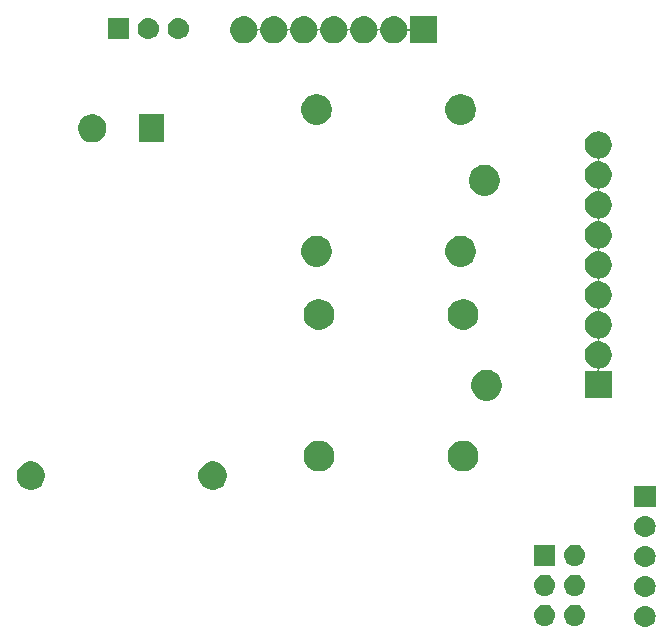
<source format=gbr>
G04 #@! TF.GenerationSoftware,KiCad,Pcbnew,(5.1.4-0)*
G04 #@! TF.CreationDate,2021-09-23T09:14:21+03:00*
G04 #@! TF.ProjectId,relay_logic_board,72656c61-795f-46c6-9f67-69635f626f61,rev?*
G04 #@! TF.SameCoordinates,Original*
G04 #@! TF.FileFunction,Soldermask,Bot*
G04 #@! TF.FilePolarity,Negative*
%FSLAX46Y46*%
G04 Gerber Fmt 4.6, Leading zero omitted, Abs format (unit mm)*
G04 Created by KiCad (PCBNEW (5.1.4-0)) date 2021-09-23 09:14:21*
%MOMM*%
%LPD*%
G04 APERTURE LIST*
%ADD10C,0.100000*%
G04 APERTURE END LIST*
D10*
G36*
X179960443Y-119885519D02*
G01*
X180026627Y-119892037D01*
X180196466Y-119943557D01*
X180352991Y-120027222D01*
X180388729Y-120056552D01*
X180490186Y-120139814D01*
X180573448Y-120241271D01*
X180602778Y-120277009D01*
X180686443Y-120433534D01*
X180737963Y-120603373D01*
X180755359Y-120780000D01*
X180737963Y-120956627D01*
X180686443Y-121126466D01*
X180602778Y-121282991D01*
X180573448Y-121318729D01*
X180490186Y-121420186D01*
X180388729Y-121503448D01*
X180352991Y-121532778D01*
X180196466Y-121616443D01*
X180026627Y-121667963D01*
X179960442Y-121674482D01*
X179894260Y-121681000D01*
X179805740Y-121681000D01*
X179739558Y-121674482D01*
X179673373Y-121667963D01*
X179503534Y-121616443D01*
X179347009Y-121532778D01*
X179311271Y-121503448D01*
X179209814Y-121420186D01*
X179126552Y-121318729D01*
X179097222Y-121282991D01*
X179013557Y-121126466D01*
X178962037Y-120956627D01*
X178944641Y-120780000D01*
X178962037Y-120603373D01*
X179013557Y-120433534D01*
X179097222Y-120277009D01*
X179126552Y-120241271D01*
X179209814Y-120139814D01*
X179311271Y-120056552D01*
X179347009Y-120027222D01*
X179503534Y-119943557D01*
X179673373Y-119892037D01*
X179739557Y-119885519D01*
X179805740Y-119879000D01*
X179894260Y-119879000D01*
X179960443Y-119885519D01*
X179960443Y-119885519D01*
G37*
G36*
X174000443Y-119785519D02*
G01*
X174066627Y-119792037D01*
X174236466Y-119843557D01*
X174392991Y-119927222D01*
X174412895Y-119943557D01*
X174530186Y-120039814D01*
X174612253Y-120139814D01*
X174642778Y-120177009D01*
X174726443Y-120333534D01*
X174777963Y-120503373D01*
X174795359Y-120680000D01*
X174777963Y-120856627D01*
X174726443Y-121026466D01*
X174642778Y-121182991D01*
X174613448Y-121218729D01*
X174530186Y-121320186D01*
X174428729Y-121403448D01*
X174392991Y-121432778D01*
X174236466Y-121516443D01*
X174066627Y-121567963D01*
X174000442Y-121574482D01*
X173934260Y-121581000D01*
X173845740Y-121581000D01*
X173779558Y-121574482D01*
X173713373Y-121567963D01*
X173543534Y-121516443D01*
X173387009Y-121432778D01*
X173351271Y-121403448D01*
X173249814Y-121320186D01*
X173166552Y-121218729D01*
X173137222Y-121182991D01*
X173053557Y-121026466D01*
X173002037Y-120856627D01*
X172984641Y-120680000D01*
X173002037Y-120503373D01*
X173053557Y-120333534D01*
X173137222Y-120177009D01*
X173167747Y-120139814D01*
X173249814Y-120039814D01*
X173367105Y-119943557D01*
X173387009Y-119927222D01*
X173543534Y-119843557D01*
X173713373Y-119792037D01*
X173779557Y-119785519D01*
X173845740Y-119779000D01*
X173934260Y-119779000D01*
X174000443Y-119785519D01*
X174000443Y-119785519D01*
G37*
G36*
X171460443Y-119785519D02*
G01*
X171526627Y-119792037D01*
X171696466Y-119843557D01*
X171852991Y-119927222D01*
X171872895Y-119943557D01*
X171990186Y-120039814D01*
X172072253Y-120139814D01*
X172102778Y-120177009D01*
X172186443Y-120333534D01*
X172237963Y-120503373D01*
X172255359Y-120680000D01*
X172237963Y-120856627D01*
X172186443Y-121026466D01*
X172102778Y-121182991D01*
X172073448Y-121218729D01*
X171990186Y-121320186D01*
X171888729Y-121403448D01*
X171852991Y-121432778D01*
X171696466Y-121516443D01*
X171526627Y-121567963D01*
X171460442Y-121574482D01*
X171394260Y-121581000D01*
X171305740Y-121581000D01*
X171239558Y-121574482D01*
X171173373Y-121567963D01*
X171003534Y-121516443D01*
X170847009Y-121432778D01*
X170811271Y-121403448D01*
X170709814Y-121320186D01*
X170626552Y-121218729D01*
X170597222Y-121182991D01*
X170513557Y-121026466D01*
X170462037Y-120856627D01*
X170444641Y-120680000D01*
X170462037Y-120503373D01*
X170513557Y-120333534D01*
X170597222Y-120177009D01*
X170627747Y-120139814D01*
X170709814Y-120039814D01*
X170827105Y-119943557D01*
X170847009Y-119927222D01*
X171003534Y-119843557D01*
X171173373Y-119792037D01*
X171239557Y-119785519D01*
X171305740Y-119779000D01*
X171394260Y-119779000D01*
X171460443Y-119785519D01*
X171460443Y-119785519D01*
G37*
G36*
X179960443Y-117345519D02*
G01*
X180026627Y-117352037D01*
X180196466Y-117403557D01*
X180352991Y-117487222D01*
X180388729Y-117516552D01*
X180490186Y-117599814D01*
X180573448Y-117701271D01*
X180602778Y-117737009D01*
X180686443Y-117893534D01*
X180737963Y-118063373D01*
X180755359Y-118240000D01*
X180737963Y-118416627D01*
X180686443Y-118586466D01*
X180602778Y-118742991D01*
X180573448Y-118778729D01*
X180490186Y-118880186D01*
X180388729Y-118963448D01*
X180352991Y-118992778D01*
X180196466Y-119076443D01*
X180026627Y-119127963D01*
X179960443Y-119134481D01*
X179894260Y-119141000D01*
X179805740Y-119141000D01*
X179739557Y-119134481D01*
X179673373Y-119127963D01*
X179503534Y-119076443D01*
X179347009Y-118992778D01*
X179311271Y-118963448D01*
X179209814Y-118880186D01*
X179126552Y-118778729D01*
X179097222Y-118742991D01*
X179013557Y-118586466D01*
X178962037Y-118416627D01*
X178944641Y-118240000D01*
X178962037Y-118063373D01*
X179013557Y-117893534D01*
X179097222Y-117737009D01*
X179126552Y-117701271D01*
X179209814Y-117599814D01*
X179311271Y-117516552D01*
X179347009Y-117487222D01*
X179503534Y-117403557D01*
X179673373Y-117352037D01*
X179739557Y-117345519D01*
X179805740Y-117339000D01*
X179894260Y-117339000D01*
X179960443Y-117345519D01*
X179960443Y-117345519D01*
G37*
G36*
X174000442Y-117245518D02*
G01*
X174066627Y-117252037D01*
X174236466Y-117303557D01*
X174392991Y-117387222D01*
X174412895Y-117403557D01*
X174530186Y-117499814D01*
X174612253Y-117599814D01*
X174642778Y-117637009D01*
X174726443Y-117793534D01*
X174777963Y-117963373D01*
X174795359Y-118140000D01*
X174777963Y-118316627D01*
X174726443Y-118486466D01*
X174642778Y-118642991D01*
X174613448Y-118678729D01*
X174530186Y-118780186D01*
X174428729Y-118863448D01*
X174392991Y-118892778D01*
X174236466Y-118976443D01*
X174066627Y-119027963D01*
X174000443Y-119034481D01*
X173934260Y-119041000D01*
X173845740Y-119041000D01*
X173779557Y-119034481D01*
X173713373Y-119027963D01*
X173543534Y-118976443D01*
X173387009Y-118892778D01*
X173351271Y-118863448D01*
X173249814Y-118780186D01*
X173166552Y-118678729D01*
X173137222Y-118642991D01*
X173053557Y-118486466D01*
X173002037Y-118316627D01*
X172984641Y-118140000D01*
X173002037Y-117963373D01*
X173053557Y-117793534D01*
X173137222Y-117637009D01*
X173167747Y-117599814D01*
X173249814Y-117499814D01*
X173367105Y-117403557D01*
X173387009Y-117387222D01*
X173543534Y-117303557D01*
X173713373Y-117252037D01*
X173779558Y-117245518D01*
X173845740Y-117239000D01*
X173934260Y-117239000D01*
X174000442Y-117245518D01*
X174000442Y-117245518D01*
G37*
G36*
X171460442Y-117245518D02*
G01*
X171526627Y-117252037D01*
X171696466Y-117303557D01*
X171852991Y-117387222D01*
X171872895Y-117403557D01*
X171990186Y-117499814D01*
X172072253Y-117599814D01*
X172102778Y-117637009D01*
X172186443Y-117793534D01*
X172237963Y-117963373D01*
X172255359Y-118140000D01*
X172237963Y-118316627D01*
X172186443Y-118486466D01*
X172102778Y-118642991D01*
X172073448Y-118678729D01*
X171990186Y-118780186D01*
X171888729Y-118863448D01*
X171852991Y-118892778D01*
X171696466Y-118976443D01*
X171526627Y-119027963D01*
X171460443Y-119034481D01*
X171394260Y-119041000D01*
X171305740Y-119041000D01*
X171239557Y-119034481D01*
X171173373Y-119027963D01*
X171003534Y-118976443D01*
X170847009Y-118892778D01*
X170811271Y-118863448D01*
X170709814Y-118780186D01*
X170626552Y-118678729D01*
X170597222Y-118642991D01*
X170513557Y-118486466D01*
X170462037Y-118316627D01*
X170444641Y-118140000D01*
X170462037Y-117963373D01*
X170513557Y-117793534D01*
X170597222Y-117637009D01*
X170627747Y-117599814D01*
X170709814Y-117499814D01*
X170827105Y-117403557D01*
X170847009Y-117387222D01*
X171003534Y-117303557D01*
X171173373Y-117252037D01*
X171239558Y-117245518D01*
X171305740Y-117239000D01*
X171394260Y-117239000D01*
X171460442Y-117245518D01*
X171460442Y-117245518D01*
G37*
G36*
X179960442Y-114805518D02*
G01*
X180026627Y-114812037D01*
X180196466Y-114863557D01*
X180352991Y-114947222D01*
X180388729Y-114976552D01*
X180490186Y-115059814D01*
X180573448Y-115161271D01*
X180602778Y-115197009D01*
X180686443Y-115353534D01*
X180737963Y-115523373D01*
X180755359Y-115700000D01*
X180737963Y-115876627D01*
X180686443Y-116046466D01*
X180602778Y-116202991D01*
X180573448Y-116238729D01*
X180490186Y-116340186D01*
X180388729Y-116423448D01*
X180352991Y-116452778D01*
X180196466Y-116536443D01*
X180026627Y-116587963D01*
X179960443Y-116594481D01*
X179894260Y-116601000D01*
X179805740Y-116601000D01*
X179739557Y-116594481D01*
X179673373Y-116587963D01*
X179503534Y-116536443D01*
X179347009Y-116452778D01*
X179311271Y-116423448D01*
X179209814Y-116340186D01*
X179126552Y-116238729D01*
X179097222Y-116202991D01*
X179013557Y-116046466D01*
X178962037Y-115876627D01*
X178944641Y-115700000D01*
X178962037Y-115523373D01*
X179013557Y-115353534D01*
X179097222Y-115197009D01*
X179126552Y-115161271D01*
X179209814Y-115059814D01*
X179311271Y-114976552D01*
X179347009Y-114947222D01*
X179503534Y-114863557D01*
X179673373Y-114812037D01*
X179739558Y-114805518D01*
X179805740Y-114799000D01*
X179894260Y-114799000D01*
X179960442Y-114805518D01*
X179960442Y-114805518D01*
G37*
G36*
X174000443Y-114705519D02*
G01*
X174066627Y-114712037D01*
X174236466Y-114763557D01*
X174392991Y-114847222D01*
X174412895Y-114863557D01*
X174530186Y-114959814D01*
X174612253Y-115059814D01*
X174642778Y-115097009D01*
X174726443Y-115253534D01*
X174777963Y-115423373D01*
X174795359Y-115600000D01*
X174777963Y-115776627D01*
X174726443Y-115946466D01*
X174642778Y-116102991D01*
X174613448Y-116138729D01*
X174530186Y-116240186D01*
X174428729Y-116323448D01*
X174392991Y-116352778D01*
X174236466Y-116436443D01*
X174066627Y-116487963D01*
X174000443Y-116494481D01*
X173934260Y-116501000D01*
X173845740Y-116501000D01*
X173779557Y-116494481D01*
X173713373Y-116487963D01*
X173543534Y-116436443D01*
X173387009Y-116352778D01*
X173351271Y-116323448D01*
X173249814Y-116240186D01*
X173166552Y-116138729D01*
X173137222Y-116102991D01*
X173053557Y-115946466D01*
X173002037Y-115776627D01*
X172984641Y-115600000D01*
X173002037Y-115423373D01*
X173053557Y-115253534D01*
X173137222Y-115097009D01*
X173167747Y-115059814D01*
X173249814Y-114959814D01*
X173367105Y-114863557D01*
X173387009Y-114847222D01*
X173543534Y-114763557D01*
X173713373Y-114712037D01*
X173779557Y-114705519D01*
X173845740Y-114699000D01*
X173934260Y-114699000D01*
X174000443Y-114705519D01*
X174000443Y-114705519D01*
G37*
G36*
X172251000Y-116501000D02*
G01*
X170449000Y-116501000D01*
X170449000Y-114699000D01*
X172251000Y-114699000D01*
X172251000Y-116501000D01*
X172251000Y-116501000D01*
G37*
G36*
X179960443Y-112265519D02*
G01*
X180026627Y-112272037D01*
X180196466Y-112323557D01*
X180352991Y-112407222D01*
X180388729Y-112436552D01*
X180490186Y-112519814D01*
X180573448Y-112621271D01*
X180602778Y-112657009D01*
X180686443Y-112813534D01*
X180737963Y-112983373D01*
X180755359Y-113160000D01*
X180737963Y-113336627D01*
X180686443Y-113506466D01*
X180602778Y-113662991D01*
X180573448Y-113698729D01*
X180490186Y-113800186D01*
X180388729Y-113883448D01*
X180352991Y-113912778D01*
X180196466Y-113996443D01*
X180026627Y-114047963D01*
X179960443Y-114054481D01*
X179894260Y-114061000D01*
X179805740Y-114061000D01*
X179739557Y-114054481D01*
X179673373Y-114047963D01*
X179503534Y-113996443D01*
X179347009Y-113912778D01*
X179311271Y-113883448D01*
X179209814Y-113800186D01*
X179126552Y-113698729D01*
X179097222Y-113662991D01*
X179013557Y-113506466D01*
X178962037Y-113336627D01*
X178944641Y-113160000D01*
X178962037Y-112983373D01*
X179013557Y-112813534D01*
X179097222Y-112657009D01*
X179126552Y-112621271D01*
X179209814Y-112519814D01*
X179311271Y-112436552D01*
X179347009Y-112407222D01*
X179503534Y-112323557D01*
X179673373Y-112272037D01*
X179739557Y-112265519D01*
X179805740Y-112259000D01*
X179894260Y-112259000D01*
X179960443Y-112265519D01*
X179960443Y-112265519D01*
G37*
G36*
X180751000Y-111521000D02*
G01*
X178949000Y-111521000D01*
X178949000Y-109719000D01*
X180751000Y-109719000D01*
X180751000Y-111521000D01*
X180751000Y-111521000D01*
G37*
G36*
X143600318Y-107695153D02*
G01*
X143818885Y-107785687D01*
X143818887Y-107785688D01*
X144015593Y-107917122D01*
X144182878Y-108084407D01*
X144314312Y-108281113D01*
X144314313Y-108281115D01*
X144404847Y-108499682D01*
X144451000Y-108731710D01*
X144451000Y-108968290D01*
X144404847Y-109200318D01*
X144314313Y-109418885D01*
X144314312Y-109418887D01*
X144182878Y-109615593D01*
X144015593Y-109782878D01*
X143818887Y-109914312D01*
X143818886Y-109914313D01*
X143818885Y-109914313D01*
X143600318Y-110004847D01*
X143368290Y-110051000D01*
X143131710Y-110051000D01*
X142899682Y-110004847D01*
X142681115Y-109914313D01*
X142681114Y-109914313D01*
X142681113Y-109914312D01*
X142484407Y-109782878D01*
X142317122Y-109615593D01*
X142185688Y-109418887D01*
X142185687Y-109418885D01*
X142095153Y-109200318D01*
X142049000Y-108968290D01*
X142049000Y-108731710D01*
X142095153Y-108499682D01*
X142185687Y-108281115D01*
X142185688Y-108281113D01*
X142317122Y-108084407D01*
X142484407Y-107917122D01*
X142681113Y-107785688D01*
X142681115Y-107785687D01*
X142899682Y-107695153D01*
X143131710Y-107649000D01*
X143368290Y-107649000D01*
X143600318Y-107695153D01*
X143600318Y-107695153D01*
G37*
G36*
X128200318Y-107695153D02*
G01*
X128418885Y-107785687D01*
X128418887Y-107785688D01*
X128615593Y-107917122D01*
X128782878Y-108084407D01*
X128914312Y-108281113D01*
X128914313Y-108281115D01*
X129004847Y-108499682D01*
X129051000Y-108731710D01*
X129051000Y-108968290D01*
X129004847Y-109200318D01*
X128914313Y-109418885D01*
X128914312Y-109418887D01*
X128782878Y-109615593D01*
X128615593Y-109782878D01*
X128418887Y-109914312D01*
X128418886Y-109914313D01*
X128418885Y-109914313D01*
X128200318Y-110004847D01*
X127968290Y-110051000D01*
X127731710Y-110051000D01*
X127499682Y-110004847D01*
X127281115Y-109914313D01*
X127281114Y-109914313D01*
X127281113Y-109914312D01*
X127084407Y-109782878D01*
X126917122Y-109615593D01*
X126785688Y-109418887D01*
X126785687Y-109418885D01*
X126695153Y-109200318D01*
X126649000Y-108968290D01*
X126649000Y-108731710D01*
X126695153Y-108499682D01*
X126785687Y-108281115D01*
X126785688Y-108281113D01*
X126917122Y-108084407D01*
X127084407Y-107917122D01*
X127281113Y-107785688D01*
X127281115Y-107785687D01*
X127499682Y-107695153D01*
X127731710Y-107649000D01*
X127968290Y-107649000D01*
X128200318Y-107695153D01*
X128200318Y-107695153D01*
G37*
G36*
X164829487Y-105948996D02*
G01*
X165066253Y-106047068D01*
X165066255Y-106047069D01*
X165279339Y-106189447D01*
X165460553Y-106370661D01*
X165602932Y-106583747D01*
X165701004Y-106820513D01*
X165751000Y-107071861D01*
X165751000Y-107328139D01*
X165701004Y-107579487D01*
X165653093Y-107695153D01*
X165602931Y-107816255D01*
X165460553Y-108029339D01*
X165279339Y-108210553D01*
X165066255Y-108352931D01*
X165066254Y-108352932D01*
X165066253Y-108352932D01*
X164829487Y-108451004D01*
X164578139Y-108501000D01*
X164321861Y-108501000D01*
X164070513Y-108451004D01*
X163833747Y-108352932D01*
X163833746Y-108352932D01*
X163833745Y-108352931D01*
X163620661Y-108210553D01*
X163439447Y-108029339D01*
X163297069Y-107816255D01*
X163246907Y-107695153D01*
X163198996Y-107579487D01*
X163149000Y-107328139D01*
X163149000Y-107071861D01*
X163198996Y-106820513D01*
X163297068Y-106583747D01*
X163439447Y-106370661D01*
X163620661Y-106189447D01*
X163833745Y-106047069D01*
X163833747Y-106047068D01*
X164070513Y-105948996D01*
X164321861Y-105899000D01*
X164578139Y-105899000D01*
X164829487Y-105948996D01*
X164829487Y-105948996D01*
G37*
G36*
X152629487Y-105948996D02*
G01*
X152866253Y-106047068D01*
X152866255Y-106047069D01*
X153079339Y-106189447D01*
X153260553Y-106370661D01*
X153402932Y-106583747D01*
X153501004Y-106820513D01*
X153551000Y-107071861D01*
X153551000Y-107328139D01*
X153501004Y-107579487D01*
X153453093Y-107695153D01*
X153402931Y-107816255D01*
X153260553Y-108029339D01*
X153079339Y-108210553D01*
X152866255Y-108352931D01*
X152866254Y-108352932D01*
X152866253Y-108352932D01*
X152629487Y-108451004D01*
X152378139Y-108501000D01*
X152121861Y-108501000D01*
X151870513Y-108451004D01*
X151633747Y-108352932D01*
X151633746Y-108352932D01*
X151633745Y-108352931D01*
X151420661Y-108210553D01*
X151239447Y-108029339D01*
X151097069Y-107816255D01*
X151046907Y-107695153D01*
X150998996Y-107579487D01*
X150949000Y-107328139D01*
X150949000Y-107071861D01*
X150998996Y-106820513D01*
X151097068Y-106583747D01*
X151239447Y-106370661D01*
X151420661Y-106189447D01*
X151633745Y-106047069D01*
X151633747Y-106047068D01*
X151870513Y-105948996D01*
X152121861Y-105899000D01*
X152378139Y-105899000D01*
X152629487Y-105948996D01*
X152629487Y-105948996D01*
G37*
G36*
X166829487Y-99948996D02*
G01*
X167066253Y-100047068D01*
X167066255Y-100047069D01*
X167279339Y-100189447D01*
X167460553Y-100370661D01*
X167602932Y-100583747D01*
X167701004Y-100820513D01*
X167751000Y-101071861D01*
X167751000Y-101328139D01*
X167701004Y-101579487D01*
X167602932Y-101816253D01*
X167602931Y-101816255D01*
X167460553Y-102029339D01*
X167279339Y-102210553D01*
X167066255Y-102352931D01*
X167066254Y-102352932D01*
X167066253Y-102352932D01*
X166829487Y-102451004D01*
X166578139Y-102501000D01*
X166321861Y-102501000D01*
X166070513Y-102451004D01*
X165833747Y-102352932D01*
X165833746Y-102352932D01*
X165833745Y-102352931D01*
X165620661Y-102210553D01*
X165439447Y-102029339D01*
X165297069Y-101816255D01*
X165297068Y-101816253D01*
X165198996Y-101579487D01*
X165149000Y-101328139D01*
X165149000Y-101071861D01*
X165198996Y-100820513D01*
X165297068Y-100583747D01*
X165439447Y-100370661D01*
X165620661Y-100189447D01*
X165833745Y-100047069D01*
X165833747Y-100047068D01*
X166070513Y-99948996D01*
X166321861Y-99899000D01*
X166578139Y-99899000D01*
X166829487Y-99948996D01*
X166829487Y-99948996D01*
G37*
G36*
X176124549Y-79721116D02*
G01*
X176235734Y-79743232D01*
X176445203Y-79829997D01*
X176633720Y-79955960D01*
X176794040Y-80116280D01*
X176920003Y-80304797D01*
X177006768Y-80514266D01*
X177051000Y-80736636D01*
X177051000Y-80963364D01*
X177006768Y-81185734D01*
X176920003Y-81395203D01*
X176794040Y-81583720D01*
X176633720Y-81744040D01*
X176445203Y-81870003D01*
X176235734Y-81956768D01*
X176108161Y-81982144D01*
X176031448Y-81997403D01*
X176007999Y-82004516D01*
X175986388Y-82016067D01*
X175967446Y-82031612D01*
X175951901Y-82050554D01*
X175940350Y-82072165D01*
X175933237Y-82095614D01*
X175930835Y-82120000D01*
X175933237Y-82144386D01*
X175940350Y-82167835D01*
X175951901Y-82189446D01*
X175967446Y-82208388D01*
X175986388Y-82223933D01*
X176007999Y-82235484D01*
X176031448Y-82242597D01*
X176108161Y-82257856D01*
X176235734Y-82283232D01*
X176445203Y-82369997D01*
X176633720Y-82495960D01*
X176794040Y-82656280D01*
X176821294Y-82697069D01*
X176920004Y-82844799D01*
X177006768Y-83054267D01*
X177042469Y-83233745D01*
X177051000Y-83276636D01*
X177051000Y-83503364D01*
X177006768Y-83725734D01*
X176920003Y-83935203D01*
X176794040Y-84123720D01*
X176633720Y-84284040D01*
X176445203Y-84410003D01*
X176235734Y-84496768D01*
X176108161Y-84522144D01*
X176031448Y-84537403D01*
X176007999Y-84544516D01*
X175986388Y-84556067D01*
X175967446Y-84571612D01*
X175951901Y-84590554D01*
X175940350Y-84612165D01*
X175933237Y-84635614D01*
X175930835Y-84660000D01*
X175933237Y-84684386D01*
X175940350Y-84707835D01*
X175951901Y-84729446D01*
X175967446Y-84748388D01*
X175986388Y-84763933D01*
X176007999Y-84775484D01*
X176031448Y-84782597D01*
X176108161Y-84797856D01*
X176235734Y-84823232D01*
X176445203Y-84909997D01*
X176633720Y-85035960D01*
X176794040Y-85196280D01*
X176920003Y-85384797D01*
X177006768Y-85594266D01*
X177051000Y-85816636D01*
X177051000Y-86043364D01*
X177006768Y-86265734D01*
X176920003Y-86475203D01*
X176794040Y-86663720D01*
X176633720Y-86824040D01*
X176445203Y-86950003D01*
X176235734Y-87036768D01*
X176108161Y-87062144D01*
X176031448Y-87077403D01*
X176007999Y-87084516D01*
X175986388Y-87096067D01*
X175967446Y-87111612D01*
X175951901Y-87130554D01*
X175940350Y-87152165D01*
X175933237Y-87175614D01*
X175930835Y-87200000D01*
X175933237Y-87224386D01*
X175940350Y-87247835D01*
X175951901Y-87269446D01*
X175967446Y-87288388D01*
X175986388Y-87303933D01*
X176007999Y-87315484D01*
X176031448Y-87322597D01*
X176108161Y-87337856D01*
X176235734Y-87363232D01*
X176445203Y-87449997D01*
X176633720Y-87575960D01*
X176794040Y-87736280D01*
X176920003Y-87924797D01*
X176920004Y-87924799D01*
X177006768Y-88134267D01*
X177051000Y-88356635D01*
X177051000Y-88583365D01*
X177028884Y-88694549D01*
X177006768Y-88805734D01*
X176920003Y-89015203D01*
X176794040Y-89203720D01*
X176633720Y-89364040D01*
X176445203Y-89490003D01*
X176235734Y-89576768D01*
X176108161Y-89602144D01*
X176031448Y-89617403D01*
X176007999Y-89624516D01*
X175986388Y-89636067D01*
X175967446Y-89651612D01*
X175951901Y-89670554D01*
X175940350Y-89692165D01*
X175933237Y-89715614D01*
X175930835Y-89740000D01*
X175933237Y-89764386D01*
X175940350Y-89787835D01*
X175951901Y-89809446D01*
X175967446Y-89828388D01*
X175986388Y-89843933D01*
X176007999Y-89855484D01*
X176031448Y-89862597D01*
X176108161Y-89877856D01*
X176235734Y-89903232D01*
X176383850Y-89964584D01*
X176416576Y-89978139D01*
X176445203Y-89989997D01*
X176633720Y-90115960D01*
X176794040Y-90276280D01*
X176920003Y-90464797D01*
X177006768Y-90674266D01*
X177051000Y-90896636D01*
X177051000Y-91123364D01*
X177006768Y-91345734D01*
X176920003Y-91555203D01*
X176794040Y-91743720D01*
X176633720Y-91904040D01*
X176445203Y-92030003D01*
X176235734Y-92116768D01*
X176108161Y-92142144D01*
X176031448Y-92157403D01*
X176007999Y-92164516D01*
X175986388Y-92176067D01*
X175967446Y-92191612D01*
X175951901Y-92210554D01*
X175940350Y-92232165D01*
X175933237Y-92255614D01*
X175930835Y-92280000D01*
X175933237Y-92304386D01*
X175940350Y-92327835D01*
X175951901Y-92349446D01*
X175967446Y-92368388D01*
X175986388Y-92383933D01*
X176007999Y-92395484D01*
X176031448Y-92402597D01*
X176108161Y-92417856D01*
X176235734Y-92443232D01*
X176445203Y-92529997D01*
X176633720Y-92655960D01*
X176794040Y-92816280D01*
X176920003Y-93004797D01*
X177006768Y-93214266D01*
X177051000Y-93436636D01*
X177051000Y-93663364D01*
X177006768Y-93885734D01*
X176920003Y-94095203D01*
X176794040Y-94283720D01*
X176633720Y-94444040D01*
X176445203Y-94570003D01*
X176235734Y-94656768D01*
X176108161Y-94682144D01*
X176031448Y-94697403D01*
X176007999Y-94704516D01*
X175986388Y-94716067D01*
X175967446Y-94731612D01*
X175951901Y-94750554D01*
X175940350Y-94772165D01*
X175933237Y-94795614D01*
X175930835Y-94820000D01*
X175933237Y-94844386D01*
X175940350Y-94867835D01*
X175951901Y-94889446D01*
X175967446Y-94908388D01*
X175986388Y-94923933D01*
X176007999Y-94935484D01*
X176031448Y-94942597D01*
X176108161Y-94957856D01*
X176235734Y-94983232D01*
X176445203Y-95069997D01*
X176633720Y-95195960D01*
X176794040Y-95356280D01*
X176920003Y-95544797D01*
X176920004Y-95544799D01*
X176945416Y-95606150D01*
X177006768Y-95754266D01*
X177051000Y-95976636D01*
X177051000Y-96203364D01*
X177006768Y-96425734D01*
X176920003Y-96635203D01*
X176794040Y-96823720D01*
X176633720Y-96984040D01*
X176445203Y-97110003D01*
X176235734Y-97196768D01*
X176108161Y-97222144D01*
X176031448Y-97237403D01*
X176007999Y-97244516D01*
X175986388Y-97256067D01*
X175967446Y-97271612D01*
X175951901Y-97290554D01*
X175940350Y-97312165D01*
X175933237Y-97335614D01*
X175930835Y-97360000D01*
X175933237Y-97384386D01*
X175940350Y-97407835D01*
X175951901Y-97429446D01*
X175967446Y-97448388D01*
X175986388Y-97463933D01*
X176007999Y-97475484D01*
X176031448Y-97482597D01*
X176108161Y-97497856D01*
X176235734Y-97523232D01*
X176445203Y-97609997D01*
X176633720Y-97735960D01*
X176794040Y-97896280D01*
X176920003Y-98084797D01*
X177006768Y-98294266D01*
X177051000Y-98516636D01*
X177051000Y-98743364D01*
X177006768Y-98965734D01*
X176920003Y-99175203D01*
X176794040Y-99363720D01*
X176633720Y-99524040D01*
X176445203Y-99650003D01*
X176235734Y-99736768D01*
X176119192Y-99759950D01*
X176061607Y-99771404D01*
X176038158Y-99778517D01*
X176016547Y-99790068D01*
X175997605Y-99805613D01*
X175982060Y-99824555D01*
X175970509Y-99846166D01*
X175963396Y-99869615D01*
X175960994Y-99894001D01*
X175963396Y-99918387D01*
X175970509Y-99941836D01*
X175982060Y-99963447D01*
X175997605Y-99982389D01*
X176016547Y-99997934D01*
X176038158Y-100009485D01*
X176061607Y-100016598D01*
X176085993Y-100019000D01*
X177051000Y-100019000D01*
X177051000Y-102321000D01*
X174749000Y-102321000D01*
X174749000Y-100019000D01*
X175714007Y-100019000D01*
X175738393Y-100016598D01*
X175761842Y-100009485D01*
X175783453Y-99997934D01*
X175802395Y-99982389D01*
X175817940Y-99963447D01*
X175829491Y-99941836D01*
X175836604Y-99918387D01*
X175839006Y-99894001D01*
X175836604Y-99869615D01*
X175829491Y-99846166D01*
X175817940Y-99824555D01*
X175802395Y-99805613D01*
X175783453Y-99790068D01*
X175761842Y-99778517D01*
X175738393Y-99771404D01*
X175680808Y-99759950D01*
X175564266Y-99736768D01*
X175354797Y-99650003D01*
X175166280Y-99524040D01*
X175005960Y-99363720D01*
X174879997Y-99175203D01*
X174793232Y-98965734D01*
X174749000Y-98743364D01*
X174749000Y-98516636D01*
X174793232Y-98294266D01*
X174879997Y-98084797D01*
X175005960Y-97896280D01*
X175166280Y-97735960D01*
X175354797Y-97609997D01*
X175564266Y-97523232D01*
X175691839Y-97497856D01*
X175768552Y-97482597D01*
X175792001Y-97475484D01*
X175813612Y-97463933D01*
X175832554Y-97448388D01*
X175848099Y-97429446D01*
X175859650Y-97407835D01*
X175866763Y-97384386D01*
X175869165Y-97360000D01*
X175866763Y-97335614D01*
X175859650Y-97312165D01*
X175848099Y-97290554D01*
X175832554Y-97271612D01*
X175813612Y-97256067D01*
X175792001Y-97244516D01*
X175768552Y-97237403D01*
X175691839Y-97222144D01*
X175564266Y-97196768D01*
X175354797Y-97110003D01*
X175166280Y-96984040D01*
X175005960Y-96823720D01*
X174879997Y-96635203D01*
X174793232Y-96425734D01*
X174749000Y-96203364D01*
X174749000Y-95976636D01*
X174793232Y-95754266D01*
X174854584Y-95606150D01*
X174879996Y-95544799D01*
X174879997Y-95544797D01*
X175005960Y-95356280D01*
X175166280Y-95195960D01*
X175354797Y-95069997D01*
X175564266Y-94983232D01*
X175691839Y-94957856D01*
X175768552Y-94942597D01*
X175792001Y-94935484D01*
X175813612Y-94923933D01*
X175832554Y-94908388D01*
X175848099Y-94889446D01*
X175859650Y-94867835D01*
X175866763Y-94844386D01*
X175869165Y-94820000D01*
X175866763Y-94795614D01*
X175859650Y-94772165D01*
X175848099Y-94750554D01*
X175832554Y-94731612D01*
X175813612Y-94716067D01*
X175792001Y-94704516D01*
X175768552Y-94697403D01*
X175691839Y-94682144D01*
X175564266Y-94656768D01*
X175354797Y-94570003D01*
X175166280Y-94444040D01*
X175005960Y-94283720D01*
X174879997Y-94095203D01*
X174793232Y-93885734D01*
X174749000Y-93663364D01*
X174749000Y-93436636D01*
X174793232Y-93214266D01*
X174879997Y-93004797D01*
X175005960Y-92816280D01*
X175166280Y-92655960D01*
X175354797Y-92529997D01*
X175564266Y-92443232D01*
X175691839Y-92417856D01*
X175768552Y-92402597D01*
X175792001Y-92395484D01*
X175813612Y-92383933D01*
X175832554Y-92368388D01*
X175848099Y-92349446D01*
X175859650Y-92327835D01*
X175866763Y-92304386D01*
X175869165Y-92280000D01*
X175866763Y-92255614D01*
X175859650Y-92232165D01*
X175848099Y-92210554D01*
X175832554Y-92191612D01*
X175813612Y-92176067D01*
X175792001Y-92164516D01*
X175768552Y-92157403D01*
X175691839Y-92142144D01*
X175564266Y-92116768D01*
X175354797Y-92030003D01*
X175166280Y-91904040D01*
X175005960Y-91743720D01*
X174879997Y-91555203D01*
X174793232Y-91345734D01*
X174749000Y-91123364D01*
X174749000Y-90896636D01*
X174793232Y-90674266D01*
X174879997Y-90464797D01*
X175005960Y-90276280D01*
X175166280Y-90115960D01*
X175354797Y-89989997D01*
X175383425Y-89978139D01*
X175416150Y-89964584D01*
X175564266Y-89903232D01*
X175691839Y-89877856D01*
X175768552Y-89862597D01*
X175792001Y-89855484D01*
X175813612Y-89843933D01*
X175832554Y-89828388D01*
X175848099Y-89809446D01*
X175859650Y-89787835D01*
X175866763Y-89764386D01*
X175869165Y-89740000D01*
X175866763Y-89715614D01*
X175859650Y-89692165D01*
X175848099Y-89670554D01*
X175832554Y-89651612D01*
X175813612Y-89636067D01*
X175792001Y-89624516D01*
X175768552Y-89617403D01*
X175691839Y-89602144D01*
X175564266Y-89576768D01*
X175354797Y-89490003D01*
X175166280Y-89364040D01*
X175005960Y-89203720D01*
X174879997Y-89015203D01*
X174793232Y-88805734D01*
X174771116Y-88694549D01*
X174749000Y-88583365D01*
X174749000Y-88356635D01*
X174793232Y-88134267D01*
X174879996Y-87924799D01*
X174879997Y-87924797D01*
X175005960Y-87736280D01*
X175166280Y-87575960D01*
X175354797Y-87449997D01*
X175564266Y-87363232D01*
X175691839Y-87337856D01*
X175768552Y-87322597D01*
X175792001Y-87315484D01*
X175813612Y-87303933D01*
X175832554Y-87288388D01*
X175848099Y-87269446D01*
X175859650Y-87247835D01*
X175866763Y-87224386D01*
X175869165Y-87200000D01*
X175866763Y-87175614D01*
X175859650Y-87152165D01*
X175848099Y-87130554D01*
X175832554Y-87111612D01*
X175813612Y-87096067D01*
X175792001Y-87084516D01*
X175768552Y-87077403D01*
X175691839Y-87062144D01*
X175564266Y-87036768D01*
X175354797Y-86950003D01*
X175166280Y-86824040D01*
X175005960Y-86663720D01*
X174879997Y-86475203D01*
X174793232Y-86265734D01*
X174749000Y-86043364D01*
X174749000Y-85816636D01*
X174793232Y-85594266D01*
X174879997Y-85384797D01*
X175005960Y-85196280D01*
X175166280Y-85035960D01*
X175354797Y-84909997D01*
X175564266Y-84823232D01*
X175691839Y-84797856D01*
X175768552Y-84782597D01*
X175792001Y-84775484D01*
X175813612Y-84763933D01*
X175832554Y-84748388D01*
X175848099Y-84729446D01*
X175859650Y-84707835D01*
X175866763Y-84684386D01*
X175869165Y-84660000D01*
X175866763Y-84635614D01*
X175859650Y-84612165D01*
X175848099Y-84590554D01*
X175832554Y-84571612D01*
X175813612Y-84556067D01*
X175792001Y-84544516D01*
X175768552Y-84537403D01*
X175691839Y-84522144D01*
X175564266Y-84496768D01*
X175354797Y-84410003D01*
X175166280Y-84284040D01*
X175005960Y-84123720D01*
X174879997Y-83935203D01*
X174793232Y-83725734D01*
X174749000Y-83503364D01*
X174749000Y-83276636D01*
X174757532Y-83233745D01*
X174793232Y-83054267D01*
X174879996Y-82844799D01*
X174978706Y-82697069D01*
X175005960Y-82656280D01*
X175166280Y-82495960D01*
X175354797Y-82369997D01*
X175564266Y-82283232D01*
X175691839Y-82257856D01*
X175768552Y-82242597D01*
X175792001Y-82235484D01*
X175813612Y-82223933D01*
X175832554Y-82208388D01*
X175848099Y-82189446D01*
X175859650Y-82167835D01*
X175866763Y-82144386D01*
X175869165Y-82120000D01*
X175866763Y-82095614D01*
X175859650Y-82072165D01*
X175848099Y-82050554D01*
X175832554Y-82031612D01*
X175813612Y-82016067D01*
X175792001Y-82004516D01*
X175768552Y-81997403D01*
X175691839Y-81982144D01*
X175564266Y-81956768D01*
X175354797Y-81870003D01*
X175166280Y-81744040D01*
X175005960Y-81583720D01*
X174879997Y-81395203D01*
X174793232Y-81185734D01*
X174749000Y-80963364D01*
X174749000Y-80736636D01*
X174793232Y-80514266D01*
X174879997Y-80304797D01*
X175005960Y-80116280D01*
X175166280Y-79955960D01*
X175354797Y-79829997D01*
X175564266Y-79743232D01*
X175675451Y-79721116D01*
X175786635Y-79699000D01*
X176013365Y-79699000D01*
X176124549Y-79721116D01*
X176124549Y-79721116D01*
G37*
G36*
X164829487Y-93948996D02*
G01*
X165066253Y-94047068D01*
X165066255Y-94047069D01*
X165279339Y-94189447D01*
X165460553Y-94370661D01*
X165593750Y-94570004D01*
X165602932Y-94583747D01*
X165701004Y-94820513D01*
X165751000Y-95071861D01*
X165751000Y-95328139D01*
X165701004Y-95579487D01*
X165602932Y-95816253D01*
X165602931Y-95816255D01*
X165460553Y-96029339D01*
X165279339Y-96210553D01*
X165066255Y-96352931D01*
X165066254Y-96352932D01*
X165066253Y-96352932D01*
X164829487Y-96451004D01*
X164578139Y-96501000D01*
X164321861Y-96501000D01*
X164070513Y-96451004D01*
X163833747Y-96352932D01*
X163833746Y-96352932D01*
X163833745Y-96352931D01*
X163620661Y-96210553D01*
X163439447Y-96029339D01*
X163297069Y-95816255D01*
X163297068Y-95816253D01*
X163198996Y-95579487D01*
X163149000Y-95328139D01*
X163149000Y-95071861D01*
X163198996Y-94820513D01*
X163297068Y-94583747D01*
X163306251Y-94570004D01*
X163439447Y-94370661D01*
X163620661Y-94189447D01*
X163833745Y-94047069D01*
X163833747Y-94047068D01*
X164070513Y-93948996D01*
X164321861Y-93899000D01*
X164578139Y-93899000D01*
X164829487Y-93948996D01*
X164829487Y-93948996D01*
G37*
G36*
X152629487Y-93948996D02*
G01*
X152866253Y-94047068D01*
X152866255Y-94047069D01*
X153079339Y-94189447D01*
X153260553Y-94370661D01*
X153393750Y-94570004D01*
X153402932Y-94583747D01*
X153501004Y-94820513D01*
X153551000Y-95071861D01*
X153551000Y-95328139D01*
X153501004Y-95579487D01*
X153402932Y-95816253D01*
X153402931Y-95816255D01*
X153260553Y-96029339D01*
X153079339Y-96210553D01*
X152866255Y-96352931D01*
X152866254Y-96352932D01*
X152866253Y-96352932D01*
X152629487Y-96451004D01*
X152378139Y-96501000D01*
X152121861Y-96501000D01*
X151870513Y-96451004D01*
X151633747Y-96352932D01*
X151633746Y-96352932D01*
X151633745Y-96352931D01*
X151420661Y-96210553D01*
X151239447Y-96029339D01*
X151097069Y-95816255D01*
X151097068Y-95816253D01*
X150998996Y-95579487D01*
X150949000Y-95328139D01*
X150949000Y-95071861D01*
X150998996Y-94820513D01*
X151097068Y-94583747D01*
X151106251Y-94570004D01*
X151239447Y-94370661D01*
X151420661Y-94189447D01*
X151633745Y-94047069D01*
X151633747Y-94047068D01*
X151870513Y-93948996D01*
X152121861Y-93899000D01*
X152378139Y-93899000D01*
X152629487Y-93948996D01*
X152629487Y-93948996D01*
G37*
G36*
X164629487Y-88598996D02*
G01*
X164866253Y-88697068D01*
X164866255Y-88697069D01*
X165028882Y-88805733D01*
X165079339Y-88839447D01*
X165260553Y-89020661D01*
X165402932Y-89233747D01*
X165501004Y-89470513D01*
X165551000Y-89721861D01*
X165551000Y-89978139D01*
X165501004Y-90229487D01*
X165481621Y-90276281D01*
X165402931Y-90466255D01*
X165260553Y-90679339D01*
X165079339Y-90860553D01*
X164866255Y-91002931D01*
X164866254Y-91002932D01*
X164866253Y-91002932D01*
X164629487Y-91101004D01*
X164378139Y-91151000D01*
X164121861Y-91151000D01*
X163870513Y-91101004D01*
X163633747Y-91002932D01*
X163633746Y-91002932D01*
X163633745Y-91002931D01*
X163420661Y-90860553D01*
X163239447Y-90679339D01*
X163097069Y-90466255D01*
X163018379Y-90276281D01*
X162998996Y-90229487D01*
X162949000Y-89978139D01*
X162949000Y-89721861D01*
X162998996Y-89470513D01*
X163097068Y-89233747D01*
X163239447Y-89020661D01*
X163420661Y-88839447D01*
X163471118Y-88805733D01*
X163633745Y-88697069D01*
X163633747Y-88697068D01*
X163870513Y-88598996D01*
X164121861Y-88549000D01*
X164378139Y-88549000D01*
X164629487Y-88598996D01*
X164629487Y-88598996D01*
G37*
G36*
X152429487Y-88598996D02*
G01*
X152666253Y-88697068D01*
X152666255Y-88697069D01*
X152828882Y-88805733D01*
X152879339Y-88839447D01*
X153060553Y-89020661D01*
X153202932Y-89233747D01*
X153301004Y-89470513D01*
X153351000Y-89721861D01*
X153351000Y-89978139D01*
X153301004Y-90229487D01*
X153281621Y-90276281D01*
X153202931Y-90466255D01*
X153060553Y-90679339D01*
X152879339Y-90860553D01*
X152666255Y-91002931D01*
X152666254Y-91002932D01*
X152666253Y-91002932D01*
X152429487Y-91101004D01*
X152178139Y-91151000D01*
X151921861Y-91151000D01*
X151670513Y-91101004D01*
X151433747Y-91002932D01*
X151433746Y-91002932D01*
X151433745Y-91002931D01*
X151220661Y-90860553D01*
X151039447Y-90679339D01*
X150897069Y-90466255D01*
X150818379Y-90276281D01*
X150798996Y-90229487D01*
X150749000Y-89978139D01*
X150749000Y-89721861D01*
X150798996Y-89470513D01*
X150897068Y-89233747D01*
X151039447Y-89020661D01*
X151220661Y-88839447D01*
X151271118Y-88805733D01*
X151433745Y-88697069D01*
X151433747Y-88697068D01*
X151670513Y-88598996D01*
X151921861Y-88549000D01*
X152178139Y-88549000D01*
X152429487Y-88598996D01*
X152429487Y-88598996D01*
G37*
G36*
X166629487Y-82598996D02*
G01*
X166866253Y-82697068D01*
X166866255Y-82697069D01*
X167079339Y-82839447D01*
X167260553Y-83020661D01*
X167402932Y-83233747D01*
X167501004Y-83470513D01*
X167551000Y-83721861D01*
X167551000Y-83978139D01*
X167501004Y-84229487D01*
X167426231Y-84410004D01*
X167402931Y-84466255D01*
X167260553Y-84679339D01*
X167079339Y-84860553D01*
X166866255Y-85002931D01*
X166866254Y-85002932D01*
X166866253Y-85002932D01*
X166629487Y-85101004D01*
X166378139Y-85151000D01*
X166121861Y-85151000D01*
X165870513Y-85101004D01*
X165633747Y-85002932D01*
X165633746Y-85002932D01*
X165633745Y-85002931D01*
X165420661Y-84860553D01*
X165239447Y-84679339D01*
X165097069Y-84466255D01*
X165073769Y-84410004D01*
X164998996Y-84229487D01*
X164949000Y-83978139D01*
X164949000Y-83721861D01*
X164998996Y-83470513D01*
X165097068Y-83233747D01*
X165239447Y-83020661D01*
X165420661Y-82839447D01*
X165633745Y-82697069D01*
X165633747Y-82697068D01*
X165870513Y-82598996D01*
X166121861Y-82549000D01*
X166378139Y-82549000D01*
X166629487Y-82598996D01*
X166629487Y-82598996D01*
G37*
G36*
X139101000Y-80651000D02*
G01*
X136999000Y-80651000D01*
X136999000Y-78249000D01*
X139101000Y-78249000D01*
X139101000Y-80651000D01*
X139101000Y-80651000D01*
G37*
G36*
X133400318Y-78295153D02*
G01*
X133618885Y-78385687D01*
X133618887Y-78385688D01*
X133815593Y-78517122D01*
X133982878Y-78684407D01*
X134100574Y-78860553D01*
X134114313Y-78881115D01*
X134204847Y-79099682D01*
X134251000Y-79331710D01*
X134251000Y-79568290D01*
X134204847Y-79800318D01*
X134114313Y-80018885D01*
X134114312Y-80018887D01*
X133982878Y-80215593D01*
X133815593Y-80382878D01*
X133618887Y-80514312D01*
X133618886Y-80514313D01*
X133618885Y-80514313D01*
X133400318Y-80604847D01*
X133168290Y-80651000D01*
X132931710Y-80651000D01*
X132699682Y-80604847D01*
X132481115Y-80514313D01*
X132481114Y-80514313D01*
X132481113Y-80514312D01*
X132284407Y-80382878D01*
X132117122Y-80215593D01*
X131985688Y-80018887D01*
X131985687Y-80018885D01*
X131895153Y-79800318D01*
X131849000Y-79568290D01*
X131849000Y-79331710D01*
X131895153Y-79099682D01*
X131985687Y-78881115D01*
X131999426Y-78860553D01*
X132117122Y-78684407D01*
X132284407Y-78517122D01*
X132481113Y-78385688D01*
X132481115Y-78385687D01*
X132699682Y-78295153D01*
X132931710Y-78249000D01*
X133168290Y-78249000D01*
X133400318Y-78295153D01*
X133400318Y-78295153D01*
G37*
G36*
X164629487Y-76598996D02*
G01*
X164866253Y-76697068D01*
X164866255Y-76697069D01*
X165079339Y-76839447D01*
X165260553Y-77020661D01*
X165402932Y-77233747D01*
X165501004Y-77470513D01*
X165551000Y-77721861D01*
X165551000Y-77978139D01*
X165501004Y-78229487D01*
X165436303Y-78385688D01*
X165402931Y-78466255D01*
X165260553Y-78679339D01*
X165079339Y-78860553D01*
X164866255Y-79002931D01*
X164866254Y-79002932D01*
X164866253Y-79002932D01*
X164629487Y-79101004D01*
X164378139Y-79151000D01*
X164121861Y-79151000D01*
X163870513Y-79101004D01*
X163633747Y-79002932D01*
X163633746Y-79002932D01*
X163633745Y-79002931D01*
X163420661Y-78860553D01*
X163239447Y-78679339D01*
X163097069Y-78466255D01*
X163063697Y-78385688D01*
X162998996Y-78229487D01*
X162949000Y-77978139D01*
X162949000Y-77721861D01*
X162998996Y-77470513D01*
X163097068Y-77233747D01*
X163239447Y-77020661D01*
X163420661Y-76839447D01*
X163633745Y-76697069D01*
X163633747Y-76697068D01*
X163870513Y-76598996D01*
X164121861Y-76549000D01*
X164378139Y-76549000D01*
X164629487Y-76598996D01*
X164629487Y-76598996D01*
G37*
G36*
X152429487Y-76598996D02*
G01*
X152666253Y-76697068D01*
X152666255Y-76697069D01*
X152879339Y-76839447D01*
X153060553Y-77020661D01*
X153202932Y-77233747D01*
X153301004Y-77470513D01*
X153351000Y-77721861D01*
X153351000Y-77978139D01*
X153301004Y-78229487D01*
X153236303Y-78385688D01*
X153202931Y-78466255D01*
X153060553Y-78679339D01*
X152879339Y-78860553D01*
X152666255Y-79002931D01*
X152666254Y-79002932D01*
X152666253Y-79002932D01*
X152429487Y-79101004D01*
X152178139Y-79151000D01*
X151921861Y-79151000D01*
X151670513Y-79101004D01*
X151433747Y-79002932D01*
X151433746Y-79002932D01*
X151433745Y-79002931D01*
X151220661Y-78860553D01*
X151039447Y-78679339D01*
X150897069Y-78466255D01*
X150863697Y-78385688D01*
X150798996Y-78229487D01*
X150749000Y-77978139D01*
X150749000Y-77721861D01*
X150798996Y-77470513D01*
X150897068Y-77233747D01*
X151039447Y-77020661D01*
X151220661Y-76839447D01*
X151433745Y-76697069D01*
X151433747Y-76697068D01*
X151670513Y-76598996D01*
X151921861Y-76549000D01*
X152178139Y-76549000D01*
X152429487Y-76598996D01*
X152429487Y-76598996D01*
G37*
G36*
X146104549Y-69971116D02*
G01*
X146215734Y-69993232D01*
X146425203Y-70079997D01*
X146613720Y-70205960D01*
X146774040Y-70366280D01*
X146900003Y-70554797D01*
X146900004Y-70554799D01*
X146986768Y-70764267D01*
X147027403Y-70968552D01*
X147034516Y-70992001D01*
X147046067Y-71013612D01*
X147061612Y-71032554D01*
X147080554Y-71048099D01*
X147102165Y-71059650D01*
X147125614Y-71066763D01*
X147150000Y-71069165D01*
X147174386Y-71066763D01*
X147197835Y-71059650D01*
X147219446Y-71048099D01*
X147238388Y-71032554D01*
X147253933Y-71013612D01*
X147265484Y-70992001D01*
X147272597Y-70968552D01*
X147313232Y-70764267D01*
X147399996Y-70554799D01*
X147399997Y-70554797D01*
X147525960Y-70366280D01*
X147686280Y-70205960D01*
X147874797Y-70079997D01*
X148084266Y-69993232D01*
X148195451Y-69971116D01*
X148306635Y-69949000D01*
X148533365Y-69949000D01*
X148644549Y-69971116D01*
X148755734Y-69993232D01*
X148965203Y-70079997D01*
X149153720Y-70205960D01*
X149314040Y-70366280D01*
X149440003Y-70554797D01*
X149440004Y-70554799D01*
X149526768Y-70764267D01*
X149567403Y-70968552D01*
X149574516Y-70992001D01*
X149586067Y-71013612D01*
X149601612Y-71032554D01*
X149620554Y-71048099D01*
X149642165Y-71059650D01*
X149665614Y-71066763D01*
X149690000Y-71069165D01*
X149714386Y-71066763D01*
X149737835Y-71059650D01*
X149759446Y-71048099D01*
X149778388Y-71032554D01*
X149793933Y-71013612D01*
X149805484Y-70992001D01*
X149812597Y-70968552D01*
X149853232Y-70764267D01*
X149939996Y-70554799D01*
X149939997Y-70554797D01*
X150065960Y-70366280D01*
X150226280Y-70205960D01*
X150414797Y-70079997D01*
X150624266Y-69993232D01*
X150735451Y-69971116D01*
X150846635Y-69949000D01*
X151073365Y-69949000D01*
X151184549Y-69971116D01*
X151295734Y-69993232D01*
X151505203Y-70079997D01*
X151693720Y-70205960D01*
X151854040Y-70366280D01*
X151980003Y-70554797D01*
X151980004Y-70554799D01*
X152066768Y-70764267D01*
X152107403Y-70968552D01*
X152114516Y-70992001D01*
X152126067Y-71013612D01*
X152141612Y-71032554D01*
X152160554Y-71048099D01*
X152182165Y-71059650D01*
X152205614Y-71066763D01*
X152230000Y-71069165D01*
X152254386Y-71066763D01*
X152277835Y-71059650D01*
X152299446Y-71048099D01*
X152318388Y-71032554D01*
X152333933Y-71013612D01*
X152345484Y-70992001D01*
X152352597Y-70968552D01*
X152393232Y-70764267D01*
X152479996Y-70554799D01*
X152479997Y-70554797D01*
X152605960Y-70366280D01*
X152766280Y-70205960D01*
X152954797Y-70079997D01*
X153164266Y-69993232D01*
X153275451Y-69971116D01*
X153386635Y-69949000D01*
X153613365Y-69949000D01*
X153724549Y-69971116D01*
X153835734Y-69993232D01*
X154045203Y-70079997D01*
X154233720Y-70205960D01*
X154394040Y-70366280D01*
X154520003Y-70554797D01*
X154520004Y-70554799D01*
X154606768Y-70764267D01*
X154647403Y-70968552D01*
X154654516Y-70992001D01*
X154666067Y-71013612D01*
X154681612Y-71032554D01*
X154700554Y-71048099D01*
X154722165Y-71059650D01*
X154745614Y-71066763D01*
X154770000Y-71069165D01*
X154794386Y-71066763D01*
X154817835Y-71059650D01*
X154839446Y-71048099D01*
X154858388Y-71032554D01*
X154873933Y-71013612D01*
X154885484Y-70992001D01*
X154892597Y-70968552D01*
X154933232Y-70764267D01*
X155019996Y-70554799D01*
X155019997Y-70554797D01*
X155145960Y-70366280D01*
X155306280Y-70205960D01*
X155494797Y-70079997D01*
X155704266Y-69993232D01*
X155815451Y-69971116D01*
X155926635Y-69949000D01*
X156153365Y-69949000D01*
X156264549Y-69971116D01*
X156375734Y-69993232D01*
X156585203Y-70079997D01*
X156773720Y-70205960D01*
X156934040Y-70366280D01*
X157060003Y-70554797D01*
X157060004Y-70554799D01*
X157146768Y-70764267D01*
X157187403Y-70968552D01*
X157194516Y-70992001D01*
X157206067Y-71013612D01*
X157221612Y-71032554D01*
X157240554Y-71048099D01*
X157262165Y-71059650D01*
X157285614Y-71066763D01*
X157310000Y-71069165D01*
X157334386Y-71066763D01*
X157357835Y-71059650D01*
X157379446Y-71048099D01*
X157398388Y-71032554D01*
X157413933Y-71013612D01*
X157425484Y-70992001D01*
X157432597Y-70968552D01*
X157473232Y-70764267D01*
X157559996Y-70554799D01*
X157559997Y-70554797D01*
X157685960Y-70366280D01*
X157846280Y-70205960D01*
X158034797Y-70079997D01*
X158244266Y-69993232D01*
X158355451Y-69971116D01*
X158466635Y-69949000D01*
X158693365Y-69949000D01*
X158804549Y-69971116D01*
X158915734Y-69993232D01*
X159125203Y-70079997D01*
X159313720Y-70205960D01*
X159474040Y-70366280D01*
X159600003Y-70554797D01*
X159600004Y-70554799D01*
X159686768Y-70764267D01*
X159721404Y-70938393D01*
X159728517Y-70961842D01*
X159740068Y-70983453D01*
X159755613Y-71002395D01*
X159774555Y-71017940D01*
X159796166Y-71029491D01*
X159819615Y-71036604D01*
X159844001Y-71039006D01*
X159868387Y-71036604D01*
X159891836Y-71029491D01*
X159913447Y-71017940D01*
X159932389Y-71002395D01*
X159947934Y-70983453D01*
X159959485Y-70961842D01*
X159966598Y-70938393D01*
X159969000Y-70914007D01*
X159969000Y-69949000D01*
X162271000Y-69949000D01*
X162271000Y-72251000D01*
X159969000Y-72251000D01*
X159969000Y-71285993D01*
X159966598Y-71261607D01*
X159959485Y-71238158D01*
X159947934Y-71216547D01*
X159932389Y-71197605D01*
X159913447Y-71182060D01*
X159891836Y-71170509D01*
X159868387Y-71163396D01*
X159844001Y-71160994D01*
X159819615Y-71163396D01*
X159796166Y-71170509D01*
X159774555Y-71182060D01*
X159755613Y-71197605D01*
X159740068Y-71216547D01*
X159728517Y-71238158D01*
X159721404Y-71261607D01*
X159686768Y-71435734D01*
X159600003Y-71645203D01*
X159474040Y-71833720D01*
X159313720Y-71994040D01*
X159125203Y-72120003D01*
X158915734Y-72206768D01*
X158804549Y-72228884D01*
X158693365Y-72251000D01*
X158466635Y-72251000D01*
X158355451Y-72228884D01*
X158244266Y-72206768D01*
X158034797Y-72120003D01*
X157846280Y-71994040D01*
X157685960Y-71833720D01*
X157559997Y-71645203D01*
X157473232Y-71435734D01*
X157432597Y-71231448D01*
X157425484Y-71207999D01*
X157413933Y-71186388D01*
X157398388Y-71167446D01*
X157379446Y-71151901D01*
X157357835Y-71140350D01*
X157334386Y-71133237D01*
X157310000Y-71130835D01*
X157285614Y-71133237D01*
X157262165Y-71140350D01*
X157240554Y-71151901D01*
X157221612Y-71167446D01*
X157206067Y-71186388D01*
X157194516Y-71207999D01*
X157187403Y-71231448D01*
X157146768Y-71435734D01*
X157060003Y-71645203D01*
X156934040Y-71833720D01*
X156773720Y-71994040D01*
X156585203Y-72120003D01*
X156375734Y-72206768D01*
X156264549Y-72228884D01*
X156153365Y-72251000D01*
X155926635Y-72251000D01*
X155815451Y-72228884D01*
X155704266Y-72206768D01*
X155494797Y-72120003D01*
X155306280Y-71994040D01*
X155145960Y-71833720D01*
X155019997Y-71645203D01*
X154933232Y-71435734D01*
X154892597Y-71231448D01*
X154885484Y-71207999D01*
X154873933Y-71186388D01*
X154858388Y-71167446D01*
X154839446Y-71151901D01*
X154817835Y-71140350D01*
X154794386Y-71133237D01*
X154770000Y-71130835D01*
X154745614Y-71133237D01*
X154722165Y-71140350D01*
X154700554Y-71151901D01*
X154681612Y-71167446D01*
X154666067Y-71186388D01*
X154654516Y-71207999D01*
X154647403Y-71231448D01*
X154606768Y-71435734D01*
X154520003Y-71645203D01*
X154394040Y-71833720D01*
X154233720Y-71994040D01*
X154045203Y-72120003D01*
X153835734Y-72206768D01*
X153724549Y-72228884D01*
X153613365Y-72251000D01*
X153386635Y-72251000D01*
X153275451Y-72228884D01*
X153164266Y-72206768D01*
X152954797Y-72120003D01*
X152766280Y-71994040D01*
X152605960Y-71833720D01*
X152479997Y-71645203D01*
X152393232Y-71435734D01*
X152352597Y-71231448D01*
X152345484Y-71207999D01*
X152333933Y-71186388D01*
X152318388Y-71167446D01*
X152299446Y-71151901D01*
X152277835Y-71140350D01*
X152254386Y-71133237D01*
X152230000Y-71130835D01*
X152205614Y-71133237D01*
X152182165Y-71140350D01*
X152160554Y-71151901D01*
X152141612Y-71167446D01*
X152126067Y-71186388D01*
X152114516Y-71207999D01*
X152107403Y-71231448D01*
X152066768Y-71435734D01*
X151980003Y-71645203D01*
X151854040Y-71833720D01*
X151693720Y-71994040D01*
X151505203Y-72120003D01*
X151295734Y-72206768D01*
X151184549Y-72228884D01*
X151073365Y-72251000D01*
X150846635Y-72251000D01*
X150735451Y-72228884D01*
X150624266Y-72206768D01*
X150414797Y-72120003D01*
X150226280Y-71994040D01*
X150065960Y-71833720D01*
X149939997Y-71645203D01*
X149853232Y-71435734D01*
X149812597Y-71231448D01*
X149805484Y-71207999D01*
X149793933Y-71186388D01*
X149778388Y-71167446D01*
X149759446Y-71151901D01*
X149737835Y-71140350D01*
X149714386Y-71133237D01*
X149690000Y-71130835D01*
X149665614Y-71133237D01*
X149642165Y-71140350D01*
X149620554Y-71151901D01*
X149601612Y-71167446D01*
X149586067Y-71186388D01*
X149574516Y-71207999D01*
X149567403Y-71231448D01*
X149526768Y-71435734D01*
X149440003Y-71645203D01*
X149314040Y-71833720D01*
X149153720Y-71994040D01*
X148965203Y-72120003D01*
X148755734Y-72206768D01*
X148644549Y-72228884D01*
X148533365Y-72251000D01*
X148306635Y-72251000D01*
X148195451Y-72228884D01*
X148084266Y-72206768D01*
X147874797Y-72120003D01*
X147686280Y-71994040D01*
X147525960Y-71833720D01*
X147399997Y-71645203D01*
X147313232Y-71435734D01*
X147272597Y-71231448D01*
X147265484Y-71207999D01*
X147253933Y-71186388D01*
X147238388Y-71167446D01*
X147219446Y-71151901D01*
X147197835Y-71140350D01*
X147174386Y-71133237D01*
X147150000Y-71130835D01*
X147125614Y-71133237D01*
X147102165Y-71140350D01*
X147080554Y-71151901D01*
X147061612Y-71167446D01*
X147046067Y-71186388D01*
X147034516Y-71207999D01*
X147027403Y-71231448D01*
X146986768Y-71435734D01*
X146900003Y-71645203D01*
X146774040Y-71833720D01*
X146613720Y-71994040D01*
X146425203Y-72120003D01*
X146215734Y-72206768D01*
X146104549Y-72228884D01*
X145993365Y-72251000D01*
X145766635Y-72251000D01*
X145655451Y-72228884D01*
X145544266Y-72206768D01*
X145334797Y-72120003D01*
X145146280Y-71994040D01*
X144985960Y-71833720D01*
X144859997Y-71645203D01*
X144773232Y-71435734D01*
X144729000Y-71213364D01*
X144729000Y-70986636D01*
X144773232Y-70764266D01*
X144859997Y-70554797D01*
X144985960Y-70366280D01*
X145146280Y-70205960D01*
X145334797Y-70079997D01*
X145544266Y-69993232D01*
X145655451Y-69971116D01*
X145766635Y-69949000D01*
X145993365Y-69949000D01*
X146104549Y-69971116D01*
X146104549Y-69971116D01*
G37*
G36*
X136161000Y-71901000D02*
G01*
X134359000Y-71901000D01*
X134359000Y-70099000D01*
X136161000Y-70099000D01*
X136161000Y-71901000D01*
X136161000Y-71901000D01*
G37*
G36*
X137910442Y-70105518D02*
G01*
X137976627Y-70112037D01*
X138146466Y-70163557D01*
X138302991Y-70247222D01*
X138338729Y-70276552D01*
X138440186Y-70359814D01*
X138523448Y-70461271D01*
X138552778Y-70497009D01*
X138636443Y-70653534D01*
X138687963Y-70823373D01*
X138705359Y-71000000D01*
X138687963Y-71176627D01*
X138636443Y-71346466D01*
X138552778Y-71502991D01*
X138523448Y-71538729D01*
X138440186Y-71640186D01*
X138338729Y-71723448D01*
X138302991Y-71752778D01*
X138146466Y-71836443D01*
X137976627Y-71887963D01*
X137910443Y-71894481D01*
X137844260Y-71901000D01*
X137755740Y-71901000D01*
X137689557Y-71894481D01*
X137623373Y-71887963D01*
X137453534Y-71836443D01*
X137297009Y-71752778D01*
X137261271Y-71723448D01*
X137159814Y-71640186D01*
X137076552Y-71538729D01*
X137047222Y-71502991D01*
X136963557Y-71346466D01*
X136912037Y-71176627D01*
X136894641Y-71000000D01*
X136912037Y-70823373D01*
X136963557Y-70653534D01*
X137047222Y-70497009D01*
X137076552Y-70461271D01*
X137159814Y-70359814D01*
X137261271Y-70276552D01*
X137297009Y-70247222D01*
X137453534Y-70163557D01*
X137623373Y-70112037D01*
X137689558Y-70105518D01*
X137755740Y-70099000D01*
X137844260Y-70099000D01*
X137910442Y-70105518D01*
X137910442Y-70105518D01*
G37*
G36*
X140450442Y-70105518D02*
G01*
X140516627Y-70112037D01*
X140686466Y-70163557D01*
X140842991Y-70247222D01*
X140878729Y-70276552D01*
X140980186Y-70359814D01*
X141063448Y-70461271D01*
X141092778Y-70497009D01*
X141176443Y-70653534D01*
X141227963Y-70823373D01*
X141245359Y-71000000D01*
X141227963Y-71176627D01*
X141176443Y-71346466D01*
X141092778Y-71502991D01*
X141063448Y-71538729D01*
X140980186Y-71640186D01*
X140878729Y-71723448D01*
X140842991Y-71752778D01*
X140686466Y-71836443D01*
X140516627Y-71887963D01*
X140450443Y-71894481D01*
X140384260Y-71901000D01*
X140295740Y-71901000D01*
X140229557Y-71894481D01*
X140163373Y-71887963D01*
X139993534Y-71836443D01*
X139837009Y-71752778D01*
X139801271Y-71723448D01*
X139699814Y-71640186D01*
X139616552Y-71538729D01*
X139587222Y-71502991D01*
X139503557Y-71346466D01*
X139452037Y-71176627D01*
X139434641Y-71000000D01*
X139452037Y-70823373D01*
X139503557Y-70653534D01*
X139587222Y-70497009D01*
X139616552Y-70461271D01*
X139699814Y-70359814D01*
X139801271Y-70276552D01*
X139837009Y-70247222D01*
X139993534Y-70163557D01*
X140163373Y-70112037D01*
X140229558Y-70105518D01*
X140295740Y-70099000D01*
X140384260Y-70099000D01*
X140450442Y-70105518D01*
X140450442Y-70105518D01*
G37*
M02*

</source>
